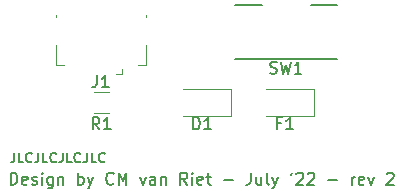
<source format=gbr>
G04 #@! TF.GenerationSoftware,KiCad,Pcbnew,(5.1.5)-3*
G04 #@! TF.CreationDate,2022-07-19T17:14:03+02:00*
G04 #@! TF.ProjectId,Stacked desk light,53746163-6b65-4642-9064-65736b206c69,rev?*
G04 #@! TF.SameCoordinates,Original*
G04 #@! TF.FileFunction,Legend,Top*
G04 #@! TF.FilePolarity,Positive*
%FSLAX46Y46*%
G04 Gerber Fmt 4.6, Leading zero omitted, Abs format (unit mm)*
G04 Created by KiCad (PCBNEW (5.1.5)-3) date 2022-07-19 17:14:03*
%MOMM*%
%LPD*%
G04 APERTURE LIST*
%ADD10C,0.150000*%
%ADD11C,0.120000*%
G04 APERTURE END LIST*
D10*
X84104761Y-104261904D02*
X84104761Y-104833333D01*
X84066666Y-104947619D01*
X83990476Y-105023809D01*
X83876190Y-105061904D01*
X83800000Y-105061904D01*
X84866666Y-105061904D02*
X84485714Y-105061904D01*
X84485714Y-104261904D01*
X85590476Y-104985714D02*
X85552380Y-105023809D01*
X85438095Y-105061904D01*
X85361904Y-105061904D01*
X85247619Y-105023809D01*
X85171428Y-104947619D01*
X85133333Y-104871428D01*
X85095238Y-104719047D01*
X85095238Y-104604761D01*
X85133333Y-104452380D01*
X85171428Y-104376190D01*
X85247619Y-104300000D01*
X85361904Y-104261904D01*
X85438095Y-104261904D01*
X85552380Y-104300000D01*
X85590476Y-104338095D01*
X86161904Y-104261904D02*
X86161904Y-104833333D01*
X86123809Y-104947619D01*
X86047619Y-105023809D01*
X85933333Y-105061904D01*
X85857142Y-105061904D01*
X86923809Y-105061904D02*
X86542857Y-105061904D01*
X86542857Y-104261904D01*
X87647619Y-104985714D02*
X87609523Y-105023809D01*
X87495238Y-105061904D01*
X87419047Y-105061904D01*
X87304761Y-105023809D01*
X87228571Y-104947619D01*
X87190476Y-104871428D01*
X87152380Y-104719047D01*
X87152380Y-104604761D01*
X87190476Y-104452380D01*
X87228571Y-104376190D01*
X87304761Y-104300000D01*
X87419047Y-104261904D01*
X87495238Y-104261904D01*
X87609523Y-104300000D01*
X87647619Y-104338095D01*
X88219047Y-104261904D02*
X88219047Y-104833333D01*
X88180952Y-104947619D01*
X88104761Y-105023809D01*
X87990476Y-105061904D01*
X87914285Y-105061904D01*
X88980952Y-105061904D02*
X88600000Y-105061904D01*
X88600000Y-104261904D01*
X89704761Y-104985714D02*
X89666666Y-105023809D01*
X89552380Y-105061904D01*
X89476190Y-105061904D01*
X89361904Y-105023809D01*
X89285714Y-104947619D01*
X89247619Y-104871428D01*
X89209523Y-104719047D01*
X89209523Y-104604761D01*
X89247619Y-104452380D01*
X89285714Y-104376190D01*
X89361904Y-104300000D01*
X89476190Y-104261904D01*
X89552380Y-104261904D01*
X89666666Y-104300000D01*
X89704761Y-104338095D01*
X90276190Y-104261904D02*
X90276190Y-104833333D01*
X90238095Y-104947619D01*
X90161904Y-105023809D01*
X90047619Y-105061904D01*
X89971428Y-105061904D01*
X91038095Y-105061904D02*
X90657142Y-105061904D01*
X90657142Y-104261904D01*
X91761904Y-104985714D02*
X91723809Y-105023809D01*
X91609523Y-105061904D01*
X91533333Y-105061904D01*
X91419047Y-105023809D01*
X91342857Y-104947619D01*
X91304761Y-104871428D01*
X91266666Y-104719047D01*
X91266666Y-104604761D01*
X91304761Y-104452380D01*
X91342857Y-104376190D01*
X91419047Y-104300000D01*
X91533333Y-104261904D01*
X91609523Y-104261904D01*
X91723809Y-104300000D01*
X91761904Y-104338095D01*
X83809523Y-106952380D02*
X83809523Y-105952380D01*
X84047619Y-105952380D01*
X84190476Y-106000000D01*
X84285714Y-106095238D01*
X84333333Y-106190476D01*
X84380952Y-106380952D01*
X84380952Y-106523809D01*
X84333333Y-106714285D01*
X84285714Y-106809523D01*
X84190476Y-106904761D01*
X84047619Y-106952380D01*
X83809523Y-106952380D01*
X85190476Y-106904761D02*
X85095238Y-106952380D01*
X84904761Y-106952380D01*
X84809523Y-106904761D01*
X84761904Y-106809523D01*
X84761904Y-106428571D01*
X84809523Y-106333333D01*
X84904761Y-106285714D01*
X85095238Y-106285714D01*
X85190476Y-106333333D01*
X85238095Y-106428571D01*
X85238095Y-106523809D01*
X84761904Y-106619047D01*
X85619047Y-106904761D02*
X85714285Y-106952380D01*
X85904761Y-106952380D01*
X86000000Y-106904761D01*
X86047619Y-106809523D01*
X86047619Y-106761904D01*
X86000000Y-106666666D01*
X85904761Y-106619047D01*
X85761904Y-106619047D01*
X85666666Y-106571428D01*
X85619047Y-106476190D01*
X85619047Y-106428571D01*
X85666666Y-106333333D01*
X85761904Y-106285714D01*
X85904761Y-106285714D01*
X86000000Y-106333333D01*
X86476190Y-106952380D02*
X86476190Y-106285714D01*
X86476190Y-105952380D02*
X86428571Y-106000000D01*
X86476190Y-106047619D01*
X86523809Y-106000000D01*
X86476190Y-105952380D01*
X86476190Y-106047619D01*
X87380952Y-106285714D02*
X87380952Y-107095238D01*
X87333333Y-107190476D01*
X87285714Y-107238095D01*
X87190476Y-107285714D01*
X87047619Y-107285714D01*
X86952380Y-107238095D01*
X87380952Y-106904761D02*
X87285714Y-106952380D01*
X87095238Y-106952380D01*
X87000000Y-106904761D01*
X86952380Y-106857142D01*
X86904761Y-106761904D01*
X86904761Y-106476190D01*
X86952380Y-106380952D01*
X87000000Y-106333333D01*
X87095238Y-106285714D01*
X87285714Y-106285714D01*
X87380952Y-106333333D01*
X87857142Y-106285714D02*
X87857142Y-106952380D01*
X87857142Y-106380952D02*
X87904761Y-106333333D01*
X88000000Y-106285714D01*
X88142857Y-106285714D01*
X88238095Y-106333333D01*
X88285714Y-106428571D01*
X88285714Y-106952380D01*
X89523809Y-106952380D02*
X89523809Y-105952380D01*
X89523809Y-106333333D02*
X89619047Y-106285714D01*
X89809523Y-106285714D01*
X89904761Y-106333333D01*
X89952380Y-106380952D01*
X90000000Y-106476190D01*
X90000000Y-106761904D01*
X89952380Y-106857142D01*
X89904761Y-106904761D01*
X89809523Y-106952380D01*
X89619047Y-106952380D01*
X89523809Y-106904761D01*
X90333333Y-106285714D02*
X90571428Y-106952380D01*
X90809523Y-106285714D02*
X90571428Y-106952380D01*
X90476190Y-107190476D01*
X90428571Y-107238095D01*
X90333333Y-107285714D01*
X92523809Y-106857142D02*
X92476190Y-106904761D01*
X92333333Y-106952380D01*
X92238095Y-106952380D01*
X92095238Y-106904761D01*
X92000000Y-106809523D01*
X91952380Y-106714285D01*
X91904761Y-106523809D01*
X91904761Y-106380952D01*
X91952380Y-106190476D01*
X92000000Y-106095238D01*
X92095238Y-106000000D01*
X92238095Y-105952380D01*
X92333333Y-105952380D01*
X92476190Y-106000000D01*
X92523809Y-106047619D01*
X92952380Y-106952380D02*
X92952380Y-105952380D01*
X93285714Y-106666666D01*
X93619047Y-105952380D01*
X93619047Y-106952380D01*
X94761904Y-106285714D02*
X95000000Y-106952380D01*
X95238095Y-106285714D01*
X96047619Y-106952380D02*
X96047619Y-106428571D01*
X96000000Y-106333333D01*
X95904761Y-106285714D01*
X95714285Y-106285714D01*
X95619047Y-106333333D01*
X96047619Y-106904761D02*
X95952380Y-106952380D01*
X95714285Y-106952380D01*
X95619047Y-106904761D01*
X95571428Y-106809523D01*
X95571428Y-106714285D01*
X95619047Y-106619047D01*
X95714285Y-106571428D01*
X95952380Y-106571428D01*
X96047619Y-106523809D01*
X96523809Y-106285714D02*
X96523809Y-106952380D01*
X96523809Y-106380952D02*
X96571428Y-106333333D01*
X96666666Y-106285714D01*
X96809523Y-106285714D01*
X96904761Y-106333333D01*
X96952380Y-106428571D01*
X96952380Y-106952380D01*
X98761904Y-106952380D02*
X98428571Y-106476190D01*
X98190476Y-106952380D02*
X98190476Y-105952380D01*
X98571428Y-105952380D01*
X98666666Y-106000000D01*
X98714285Y-106047619D01*
X98761904Y-106142857D01*
X98761904Y-106285714D01*
X98714285Y-106380952D01*
X98666666Y-106428571D01*
X98571428Y-106476190D01*
X98190476Y-106476190D01*
X99190476Y-106952380D02*
X99190476Y-106285714D01*
X99190476Y-105952380D02*
X99142857Y-106000000D01*
X99190476Y-106047619D01*
X99238095Y-106000000D01*
X99190476Y-105952380D01*
X99190476Y-106047619D01*
X100047619Y-106904761D02*
X99952380Y-106952380D01*
X99761904Y-106952380D01*
X99666666Y-106904761D01*
X99619047Y-106809523D01*
X99619047Y-106428571D01*
X99666666Y-106333333D01*
X99761904Y-106285714D01*
X99952380Y-106285714D01*
X100047619Y-106333333D01*
X100095238Y-106428571D01*
X100095238Y-106523809D01*
X99619047Y-106619047D01*
X100380952Y-106285714D02*
X100761904Y-106285714D01*
X100523809Y-105952380D02*
X100523809Y-106809523D01*
X100571428Y-106904761D01*
X100666666Y-106952380D01*
X100761904Y-106952380D01*
X101857142Y-106571428D02*
X102619047Y-106571428D01*
X104142857Y-105952380D02*
X104142857Y-106666666D01*
X104095238Y-106809523D01*
X104000000Y-106904761D01*
X103857142Y-106952380D01*
X103761904Y-106952380D01*
X105047619Y-106285714D02*
X105047619Y-106952380D01*
X104619047Y-106285714D02*
X104619047Y-106809523D01*
X104666666Y-106904761D01*
X104761904Y-106952380D01*
X104904761Y-106952380D01*
X105000000Y-106904761D01*
X105047619Y-106857142D01*
X105666666Y-106952380D02*
X105571428Y-106904761D01*
X105523809Y-106809523D01*
X105523809Y-105952380D01*
X105952380Y-106285714D02*
X106190476Y-106952380D01*
X106428571Y-106285714D02*
X106190476Y-106952380D01*
X106095238Y-107190476D01*
X106047619Y-107238095D01*
X105952380Y-107285714D01*
X107619047Y-105952380D02*
X107523809Y-106142857D01*
X107999999Y-106047619D02*
X108047619Y-106000000D01*
X108142857Y-105952380D01*
X108380952Y-105952380D01*
X108476190Y-106000000D01*
X108523809Y-106047619D01*
X108571428Y-106142857D01*
X108571428Y-106238095D01*
X108523809Y-106380952D01*
X107952380Y-106952380D01*
X108571428Y-106952380D01*
X108952380Y-106047619D02*
X108999999Y-106000000D01*
X109095238Y-105952380D01*
X109333333Y-105952380D01*
X109428571Y-106000000D01*
X109476190Y-106047619D01*
X109523809Y-106142857D01*
X109523809Y-106238095D01*
X109476190Y-106380952D01*
X108904761Y-106952380D01*
X109523809Y-106952380D01*
X110714285Y-106571428D02*
X111476190Y-106571428D01*
X112714285Y-106952380D02*
X112714285Y-106285714D01*
X112714285Y-106476190D02*
X112761904Y-106380952D01*
X112809523Y-106333333D01*
X112904761Y-106285714D01*
X112999999Y-106285714D01*
X113714285Y-106904761D02*
X113619047Y-106952380D01*
X113428571Y-106952380D01*
X113333333Y-106904761D01*
X113285714Y-106809523D01*
X113285714Y-106428571D01*
X113333333Y-106333333D01*
X113428571Y-106285714D01*
X113619047Y-106285714D01*
X113714285Y-106333333D01*
X113761904Y-106428571D01*
X113761904Y-106523809D01*
X113285714Y-106619047D01*
X114095238Y-106285714D02*
X114333333Y-106952380D01*
X114571428Y-106285714D01*
X115666666Y-106047619D02*
X115714285Y-106000000D01*
X115809523Y-105952380D01*
X116047619Y-105952380D01*
X116142857Y-106000000D01*
X116190476Y-106047619D01*
X116238095Y-106142857D01*
X116238095Y-106238095D01*
X116190476Y-106380952D01*
X115619047Y-106952380D01*
X116238095Y-106952380D01*
D11*
X92097064Y-99090000D02*
X90892936Y-99090000D01*
X92097064Y-100910000D02*
X90892936Y-100910000D01*
X109472500Y-98865000D02*
X105412500Y-98865000D01*
X109472500Y-101135000D02*
X109472500Y-98865000D01*
X105412500Y-101135000D02*
X109472500Y-101135000D01*
X102460000Y-98865000D02*
X98400000Y-98865000D01*
X102460000Y-101135000D02*
X102460000Y-98865000D01*
X98400000Y-101135000D02*
X102460000Y-101135000D01*
D10*
X105100000Y-91750000D02*
X102800000Y-91750000D01*
X111400000Y-91750000D02*
X109200000Y-91750000D01*
X111400000Y-96350000D02*
X102800000Y-96350000D01*
D11*
X93210000Y-97560000D02*
X93210000Y-97170000D01*
X93210000Y-97560000D02*
X92760000Y-97560000D01*
X87640000Y-96860000D02*
X88290000Y-96860000D01*
X87640000Y-95130000D02*
X87640000Y-96860000D01*
X95260000Y-92560000D02*
X95260000Y-92770000D01*
X87640000Y-92560000D02*
X87640000Y-92770000D01*
X95260000Y-95130000D02*
X95260000Y-96860000D01*
X95260000Y-96860000D02*
X94600000Y-96860000D01*
D10*
X91328333Y-102272380D02*
X90995000Y-101796190D01*
X90756904Y-102272380D02*
X90756904Y-101272380D01*
X91137857Y-101272380D01*
X91233095Y-101320000D01*
X91280714Y-101367619D01*
X91328333Y-101462857D01*
X91328333Y-101605714D01*
X91280714Y-101700952D01*
X91233095Y-101748571D01*
X91137857Y-101796190D01*
X90756904Y-101796190D01*
X92280714Y-102272380D02*
X91709285Y-102272380D01*
X91995000Y-102272380D02*
X91995000Y-101272380D01*
X91899761Y-101415238D01*
X91804523Y-101510476D01*
X91709285Y-101558095D01*
X106679166Y-101748571D02*
X106345833Y-101748571D01*
X106345833Y-102272380D02*
X106345833Y-101272380D01*
X106822023Y-101272380D01*
X107726785Y-102272380D02*
X107155357Y-102272380D01*
X107441071Y-102272380D02*
X107441071Y-101272380D01*
X107345833Y-101415238D01*
X107250595Y-101510476D01*
X107155357Y-101558095D01*
X99261904Y-102272380D02*
X99261904Y-101272380D01*
X99500000Y-101272380D01*
X99642857Y-101320000D01*
X99738095Y-101415238D01*
X99785714Y-101510476D01*
X99833333Y-101700952D01*
X99833333Y-101843809D01*
X99785714Y-102034285D01*
X99738095Y-102129523D01*
X99642857Y-102224761D01*
X99500000Y-102272380D01*
X99261904Y-102272380D01*
X100785714Y-102272380D02*
X100214285Y-102272380D01*
X100500000Y-102272380D02*
X100500000Y-101272380D01*
X100404761Y-101415238D01*
X100309523Y-101510476D01*
X100214285Y-101558095D01*
X105766666Y-97504761D02*
X105909523Y-97552380D01*
X106147619Y-97552380D01*
X106242857Y-97504761D01*
X106290476Y-97457142D01*
X106338095Y-97361904D01*
X106338095Y-97266666D01*
X106290476Y-97171428D01*
X106242857Y-97123809D01*
X106147619Y-97076190D01*
X105957142Y-97028571D01*
X105861904Y-96980952D01*
X105814285Y-96933333D01*
X105766666Y-96838095D01*
X105766666Y-96742857D01*
X105814285Y-96647619D01*
X105861904Y-96600000D01*
X105957142Y-96552380D01*
X106195238Y-96552380D01*
X106338095Y-96600000D01*
X106671428Y-96552380D02*
X106909523Y-97552380D01*
X107100000Y-96838095D01*
X107290476Y-97552380D01*
X107528571Y-96552380D01*
X108433333Y-97552380D02*
X107861904Y-97552380D01*
X108147619Y-97552380D02*
X108147619Y-96552380D01*
X108052380Y-96695238D01*
X107957142Y-96790476D01*
X107861904Y-96838095D01*
X91116666Y-97702380D02*
X91116666Y-98416666D01*
X91069047Y-98559523D01*
X90973809Y-98654761D01*
X90830952Y-98702380D01*
X90735714Y-98702380D01*
X92116666Y-98702380D02*
X91545238Y-98702380D01*
X91830952Y-98702380D02*
X91830952Y-97702380D01*
X91735714Y-97845238D01*
X91640476Y-97940476D01*
X91545238Y-97988095D01*
M02*

</source>
